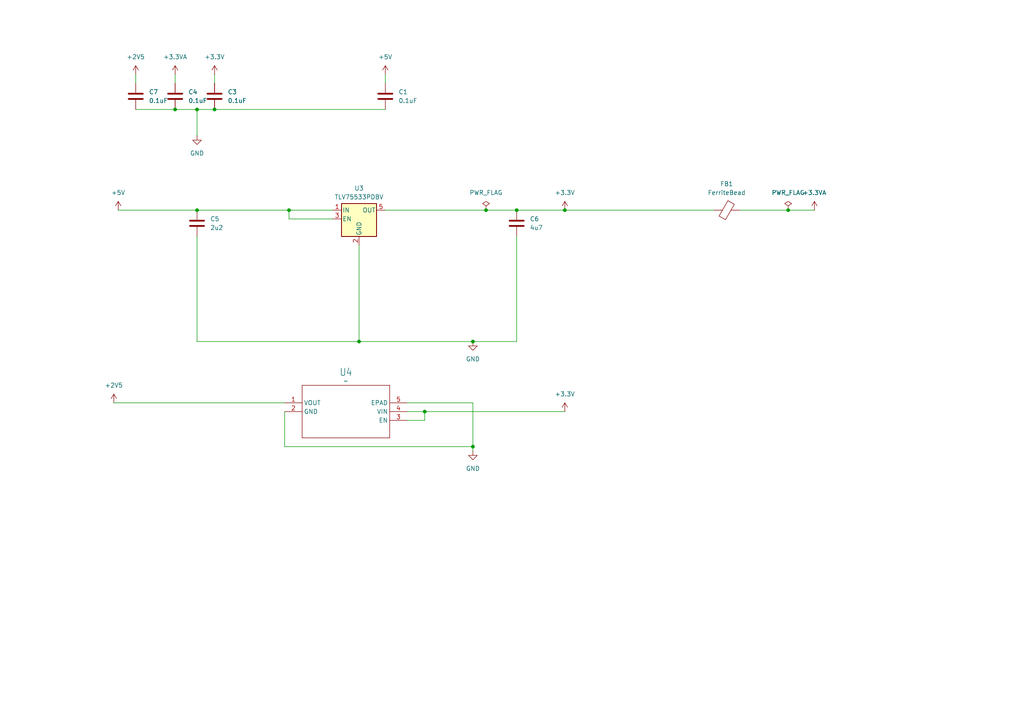
<source format=kicad_sch>
(kicad_sch
	(version 20250114)
	(generator "eeschema")
	(generator_version "9.0")
	(uuid "019be46e-a76b-4c7a-91f6-ecde0b6b9432")
	(paper "A4")
	(lib_symbols
		(symbol "Device:C"
			(pin_numbers
				(hide yes)
			)
			(pin_names
				(offset 0.254)
			)
			(exclude_from_sim no)
			(in_bom yes)
			(on_board yes)
			(property "Reference" "C"
				(at 0.635 2.54 0)
				(effects
					(font
						(size 1.27 1.27)
					)
					(justify left)
				)
			)
			(property "Value" "C"
				(at 0.635 -2.54 0)
				(effects
					(font
						(size 1.27 1.27)
					)
					(justify left)
				)
			)
			(property "Footprint" ""
				(at 0.9652 -3.81 0)
				(effects
					(font
						(size 1.27 1.27)
					)
					(hide yes)
				)
			)
			(property "Datasheet" "~"
				(at 0 0 0)
				(effects
					(font
						(size 1.27 1.27)
					)
					(hide yes)
				)
			)
			(property "Description" "Unpolarized capacitor"
				(at 0 0 0)
				(effects
					(font
						(size 1.27 1.27)
					)
					(hide yes)
				)
			)
			(property "ki_keywords" "cap capacitor"
				(at 0 0 0)
				(effects
					(font
						(size 1.27 1.27)
					)
					(hide yes)
				)
			)
			(property "ki_fp_filters" "C_*"
				(at 0 0 0)
				(effects
					(font
						(size 1.27 1.27)
					)
					(hide yes)
				)
			)
			(symbol "C_0_1"
				(polyline
					(pts
						(xy -2.032 0.762) (xy 2.032 0.762)
					)
					(stroke
						(width 0.508)
						(type default)
					)
					(fill
						(type none)
					)
				)
				(polyline
					(pts
						(xy -2.032 -0.762) (xy 2.032 -0.762)
					)
					(stroke
						(width 0.508)
						(type default)
					)
					(fill
						(type none)
					)
				)
			)
			(symbol "C_1_1"
				(pin passive line
					(at 0 3.81 270)
					(length 2.794)
					(name "~"
						(effects
							(font
								(size 1.27 1.27)
							)
						)
					)
					(number "1"
						(effects
							(font
								(size 1.27 1.27)
							)
						)
					)
				)
				(pin passive line
					(at 0 -3.81 90)
					(length 2.794)
					(name "~"
						(effects
							(font
								(size 1.27 1.27)
							)
						)
					)
					(number "2"
						(effects
							(font
								(size 1.27 1.27)
							)
						)
					)
				)
			)
			(embedded_fonts no)
		)
		(symbol "Device:FerriteBead"
			(pin_numbers
				(hide yes)
			)
			(pin_names
				(offset 0)
			)
			(exclude_from_sim no)
			(in_bom yes)
			(on_board yes)
			(property "Reference" "FB"
				(at -3.81 0.635 90)
				(effects
					(font
						(size 1.27 1.27)
					)
				)
			)
			(property "Value" "FerriteBead"
				(at 3.81 0 90)
				(effects
					(font
						(size 1.27 1.27)
					)
				)
			)
			(property "Footprint" ""
				(at -1.778 0 90)
				(effects
					(font
						(size 1.27 1.27)
					)
					(hide yes)
				)
			)
			(property "Datasheet" "~"
				(at 0 0 0)
				(effects
					(font
						(size 1.27 1.27)
					)
					(hide yes)
				)
			)
			(property "Description" "Ferrite bead"
				(at 0 0 0)
				(effects
					(font
						(size 1.27 1.27)
					)
					(hide yes)
				)
			)
			(property "ki_keywords" "L ferrite bead inductor filter"
				(at 0 0 0)
				(effects
					(font
						(size 1.27 1.27)
					)
					(hide yes)
				)
			)
			(property "ki_fp_filters" "Inductor_* L_* *Ferrite*"
				(at 0 0 0)
				(effects
					(font
						(size 1.27 1.27)
					)
					(hide yes)
				)
			)
			(symbol "FerriteBead_0_1"
				(polyline
					(pts
						(xy -2.7686 0.4064) (xy -1.7018 2.2606) (xy 2.7686 -0.3048) (xy 1.6764 -2.159) (xy -2.7686 0.4064)
					)
					(stroke
						(width 0)
						(type default)
					)
					(fill
						(type none)
					)
				)
				(polyline
					(pts
						(xy 0 1.27) (xy 0 1.2954)
					)
					(stroke
						(width 0)
						(type default)
					)
					(fill
						(type none)
					)
				)
				(polyline
					(pts
						(xy 0 -1.27) (xy 0 -1.2192)
					)
					(stroke
						(width 0)
						(type default)
					)
					(fill
						(type none)
					)
				)
			)
			(symbol "FerriteBead_1_1"
				(pin passive line
					(at 0 3.81 270)
					(length 2.54)
					(name "~"
						(effects
							(font
								(size 1.27 1.27)
							)
						)
					)
					(number "1"
						(effects
							(font
								(size 1.27 1.27)
							)
						)
					)
				)
				(pin passive line
					(at 0 -3.81 90)
					(length 2.54)
					(name "~"
						(effects
							(font
								(size 1.27 1.27)
							)
						)
					)
					(number "2"
						(effects
							(font
								(size 1.27 1.27)
							)
						)
					)
				)
			)
			(embedded_fonts no)
		)
		(symbol "Regulator_Linear:TLV75533PDBV"
			(pin_names
				(offset 0.254)
			)
			(exclude_from_sim no)
			(in_bom yes)
			(on_board yes)
			(property "Reference" "U"
				(at -3.81 5.715 0)
				(effects
					(font
						(size 1.27 1.27)
					)
				)
			)
			(property "Value" "TLV75533PDBV"
				(at 0 5.715 0)
				(effects
					(font
						(size 1.27 1.27)
					)
					(justify left)
				)
			)
			(property "Footprint" "Package_TO_SOT_SMD:SOT-23-5"
				(at 0 8.255 0)
				(effects
					(font
						(size 1.27 1.27)
						(italic yes)
					)
					(hide yes)
				)
			)
			(property "Datasheet" "http://www.ti.com/lit/ds/symlink/tlv755p.pdf"
				(at 0 1.27 0)
				(effects
					(font
						(size 1.27 1.27)
					)
					(hide yes)
				)
			)
			(property "Description" "500mA Low Dropout Voltage Regulator, Fixed Output 3.3V, SOT-23-5"
				(at 0 0 0)
				(effects
					(font
						(size 1.27 1.27)
					)
					(hide yes)
				)
			)
			(property "ki_keywords" "LDO Regulator Fixed Positive"
				(at 0 0 0)
				(effects
					(font
						(size 1.27 1.27)
					)
					(hide yes)
				)
			)
			(property "ki_fp_filters" "SOT?23*"
				(at 0 0 0)
				(effects
					(font
						(size 1.27 1.27)
					)
					(hide yes)
				)
			)
			(symbol "TLV75533PDBV_0_1"
				(rectangle
					(start -5.08 4.445)
					(end 5.08 -5.08)
					(stroke
						(width 0.254)
						(type default)
					)
					(fill
						(type background)
					)
				)
			)
			(symbol "TLV75533PDBV_1_1"
				(pin power_in line
					(at -7.62 2.54 0)
					(length 2.54)
					(name "IN"
						(effects
							(font
								(size 1.27 1.27)
							)
						)
					)
					(number "1"
						(effects
							(font
								(size 1.27 1.27)
							)
						)
					)
				)
				(pin input line
					(at -7.62 0 0)
					(length 2.54)
					(name "EN"
						(effects
							(font
								(size 1.27 1.27)
							)
						)
					)
					(number "3"
						(effects
							(font
								(size 1.27 1.27)
							)
						)
					)
				)
				(pin power_in line
					(at 0 -7.62 90)
					(length 2.54)
					(name "GND"
						(effects
							(font
								(size 1.27 1.27)
							)
						)
					)
					(number "2"
						(effects
							(font
								(size 1.27 1.27)
							)
						)
					)
				)
				(pin no_connect line
					(at 5.08 0 180)
					(length 2.54)
					(hide yes)
					(name "NC"
						(effects
							(font
								(size 1.27 1.27)
							)
						)
					)
					(number "4"
						(effects
							(font
								(size 1.27 1.27)
							)
						)
					)
				)
				(pin power_out line
					(at 7.62 2.54 180)
					(length 2.54)
					(name "OUT"
						(effects
							(font
								(size 1.27 1.27)
							)
						)
					)
					(number "5"
						(effects
							(font
								(size 1.27 1.27)
							)
						)
					)
				)
			)
			(embedded_fonts no)
		)
		(symbol "max10u169:MIC94310-JYMT-TR"
			(exclude_from_sim no)
			(in_bom yes)
			(on_board yes)
			(property "Reference" "U"
				(at 15.5956 9.1186 0)
				(effects
					(font
						(size 2.0828 1.7703)
					)
					(justify left bottom)
				)
			)
			(property "Value" ""
				(at 14.9606 6.5786 0)
				(effects
					(font
						(size 2.0828 1.7703)
					)
					(justify left bottom)
				)
			)
			(property "Footprint" "max10:TDFN4_1P2X1P6_MCH"
				(at 0 0 0)
				(effects
					(font
						(size 1.27 1.27)
					)
					(hide yes)
				)
			)
			(property "Datasheet" ""
				(at 0 0 0)
				(effects
					(font
						(size 1.27 1.27)
					)
					(hide yes)
				)
			)
			(property "Description" ""
				(at 0 0 0)
				(effects
					(font
						(size 1.27 1.27)
					)
					(hide yes)
				)
			)
			(property "ki_locked" ""
				(at 0 0 0)
				(effects
					(font
						(size 1.27 1.27)
					)
				)
			)
			(symbol "MIC94310-JYMT-TR_1_0"
				(polyline
					(pts
						(xy 7.62 5.08) (xy 7.62 -10.16)
					)
					(stroke
						(width 0.1524)
						(type solid)
					)
					(fill
						(type none)
					)
				)
				(polyline
					(pts
						(xy 7.62 -10.16) (xy 33.02 -10.16)
					)
					(stroke
						(width 0.1524)
						(type solid)
					)
					(fill
						(type none)
					)
				)
				(polyline
					(pts
						(xy 33.02 5.08) (xy 7.62 5.08)
					)
					(stroke
						(width 0.1524)
						(type solid)
					)
					(fill
						(type none)
					)
				)
				(polyline
					(pts
						(xy 33.02 -10.16) (xy 33.02 5.08)
					)
					(stroke
						(width 0.1524)
						(type solid)
					)
					(fill
						(type none)
					)
				)
				(pin output line
					(at 2.54 0 0)
					(length 5.08)
					(name "VOUT"
						(effects
							(font
								(size 1.27 1.27)
							)
						)
					)
					(number "1"
						(effects
							(font
								(size 1.27 1.27)
							)
						)
					)
				)
				(pin power_in line
					(at 2.54 -2.54 0)
					(length 5.08)
					(name "GND"
						(effects
							(font
								(size 1.27 1.27)
							)
						)
					)
					(number "2"
						(effects
							(font
								(size 1.27 1.27)
							)
						)
					)
				)
				(pin passive line
					(at 38.1 0 180)
					(length 5.08)
					(name "EPAD"
						(effects
							(font
								(size 1.27 1.27)
							)
						)
					)
					(number "5"
						(effects
							(font
								(size 1.27 1.27)
							)
						)
					)
				)
				(pin input line
					(at 38.1 -2.54 180)
					(length 5.08)
					(name "VIN"
						(effects
							(font
								(size 1.27 1.27)
							)
						)
					)
					(number "4"
						(effects
							(font
								(size 1.27 1.27)
							)
						)
					)
				)
				(pin input line
					(at 38.1 -5.08 180)
					(length 5.08)
					(name "EN"
						(effects
							(font
								(size 1.27 1.27)
							)
						)
					)
					(number "3"
						(effects
							(font
								(size 1.27 1.27)
							)
						)
					)
				)
			)
			(embedded_fonts no)
		)
		(symbol "power:+2V5"
			(power)
			(pin_numbers
				(hide yes)
			)
			(pin_names
				(offset 0)
				(hide yes)
			)
			(exclude_from_sim no)
			(in_bom yes)
			(on_board yes)
			(property "Reference" "#PWR"
				(at 0 -3.81 0)
				(effects
					(font
						(size 1.27 1.27)
					)
					(hide yes)
				)
			)
			(property "Value" "+2V5"
				(at 0 3.556 0)
				(effects
					(font
						(size 1.27 1.27)
					)
				)
			)
			(property "Footprint" ""
				(at 0 0 0)
				(effects
					(font
						(size 1.27 1.27)
					)
					(hide yes)
				)
			)
			(property "Datasheet" ""
				(at 0 0 0)
				(effects
					(font
						(size 1.27 1.27)
					)
					(hide yes)
				)
			)
			(property "Description" "Power symbol creates a global label with name \"+2V5\""
				(at 0 0 0)
				(effects
					(font
						(size 1.27 1.27)
					)
					(hide yes)
				)
			)
			(property "ki_keywords" "global power"
				(at 0 0 0)
				(effects
					(font
						(size 1.27 1.27)
					)
					(hide yes)
				)
			)
			(symbol "+2V5_0_1"
				(polyline
					(pts
						(xy -0.762 1.27) (xy 0 2.54)
					)
					(stroke
						(width 0)
						(type default)
					)
					(fill
						(type none)
					)
				)
				(polyline
					(pts
						(xy 0 2.54) (xy 0.762 1.27)
					)
					(stroke
						(width 0)
						(type default)
					)
					(fill
						(type none)
					)
				)
				(polyline
					(pts
						(xy 0 0) (xy 0 2.54)
					)
					(stroke
						(width 0)
						(type default)
					)
					(fill
						(type none)
					)
				)
			)
			(symbol "+2V5_1_1"
				(pin power_in line
					(at 0 0 90)
					(length 0)
					(name "~"
						(effects
							(font
								(size 1.27 1.27)
							)
						)
					)
					(number "1"
						(effects
							(font
								(size 1.27 1.27)
							)
						)
					)
				)
			)
			(embedded_fonts no)
		)
		(symbol "power:+3.3V"
			(power)
			(pin_numbers
				(hide yes)
			)
			(pin_names
				(offset 0)
				(hide yes)
			)
			(exclude_from_sim no)
			(in_bom yes)
			(on_board yes)
			(property "Reference" "#PWR"
				(at 0 -3.81 0)
				(effects
					(font
						(size 1.27 1.27)
					)
					(hide yes)
				)
			)
			(property "Value" "+3.3V"
				(at 0 3.556 0)
				(effects
					(font
						(size 1.27 1.27)
					)
				)
			)
			(property "Footprint" ""
				(at 0 0 0)
				(effects
					(font
						(size 1.27 1.27)
					)
					(hide yes)
				)
			)
			(property "Datasheet" ""
				(at 0 0 0)
				(effects
					(font
						(size 1.27 1.27)
					)
					(hide yes)
				)
			)
			(property "Description" "Power symbol creates a global label with name \"+3.3V\""
				(at 0 0 0)
				(effects
					(font
						(size 1.27 1.27)
					)
					(hide yes)
				)
			)
			(property "ki_keywords" "global power"
				(at 0 0 0)
				(effects
					(font
						(size 1.27 1.27)
					)
					(hide yes)
				)
			)
			(symbol "+3.3V_0_1"
				(polyline
					(pts
						(xy -0.762 1.27) (xy 0 2.54)
					)
					(stroke
						(width 0)
						(type default)
					)
					(fill
						(type none)
					)
				)
				(polyline
					(pts
						(xy 0 2.54) (xy 0.762 1.27)
					)
					(stroke
						(width 0)
						(type default)
					)
					(fill
						(type none)
					)
				)
				(polyline
					(pts
						(xy 0 0) (xy 0 2.54)
					)
					(stroke
						(width 0)
						(type default)
					)
					(fill
						(type none)
					)
				)
			)
			(symbol "+3.3V_1_1"
				(pin power_in line
					(at 0 0 90)
					(length 0)
					(name "~"
						(effects
							(font
								(size 1.27 1.27)
							)
						)
					)
					(number "1"
						(effects
							(font
								(size 1.27 1.27)
							)
						)
					)
				)
			)
			(embedded_fonts no)
		)
		(symbol "power:+3.3VA"
			(power)
			(pin_numbers
				(hide yes)
			)
			(pin_names
				(offset 0)
				(hide yes)
			)
			(exclude_from_sim no)
			(in_bom yes)
			(on_board yes)
			(property "Reference" "#PWR"
				(at 0 -3.81 0)
				(effects
					(font
						(size 1.27 1.27)
					)
					(hide yes)
				)
			)
			(property "Value" "+3.3VA"
				(at 0 3.556 0)
				(effects
					(font
						(size 1.27 1.27)
					)
				)
			)
			(property "Footprint" ""
				(at 0 0 0)
				(effects
					(font
						(size 1.27 1.27)
					)
					(hide yes)
				)
			)
			(property "Datasheet" ""
				(at 0 0 0)
				(effects
					(font
						(size 1.27 1.27)
					)
					(hide yes)
				)
			)
			(property "Description" "Power symbol creates a global label with name \"+3.3VA\""
				(at 0 0 0)
				(effects
					(font
						(size 1.27 1.27)
					)
					(hide yes)
				)
			)
			(property "ki_keywords" "global power"
				(at 0 0 0)
				(effects
					(font
						(size 1.27 1.27)
					)
					(hide yes)
				)
			)
			(symbol "+3.3VA_0_1"
				(polyline
					(pts
						(xy -0.762 1.27) (xy 0 2.54)
					)
					(stroke
						(width 0)
						(type default)
					)
					(fill
						(type none)
					)
				)
				(polyline
					(pts
						(xy 0 2.54) (xy 0.762 1.27)
					)
					(stroke
						(width 0)
						(type default)
					)
					(fill
						(type none)
					)
				)
				(polyline
					(pts
						(xy 0 0) (xy 0 2.54)
					)
					(stroke
						(width 0)
						(type default)
					)
					(fill
						(type none)
					)
				)
			)
			(symbol "+3.3VA_1_1"
				(pin power_in line
					(at 0 0 90)
					(length 0)
					(name "~"
						(effects
							(font
								(size 1.27 1.27)
							)
						)
					)
					(number "1"
						(effects
							(font
								(size 1.27 1.27)
							)
						)
					)
				)
			)
			(embedded_fonts no)
		)
		(symbol "power:+5V"
			(power)
			(pin_numbers
				(hide yes)
			)
			(pin_names
				(offset 0)
				(hide yes)
			)
			(exclude_from_sim no)
			(in_bom yes)
			(on_board yes)
			(property "Reference" "#PWR"
				(at 0 -3.81 0)
				(effects
					(font
						(size 1.27 1.27)
					)
					(hide yes)
				)
			)
			(property "Value" "+5V"
				(at 0 3.556 0)
				(effects
					(font
						(size 1.27 1.27)
					)
				)
			)
			(property "Footprint" ""
				(at 0 0 0)
				(effects
					(font
						(size 1.27 1.27)
					)
					(hide yes)
				)
			)
			(property "Datasheet" ""
				(at 0 0 0)
				(effects
					(font
						(size 1.27 1.27)
					)
					(hide yes)
				)
			)
			(property "Description" "Power symbol creates a global label with name \"+5V\""
				(at 0 0 0)
				(effects
					(font
						(size 1.27 1.27)
					)
					(hide yes)
				)
			)
			(property "ki_keywords" "global power"
				(at 0 0 0)
				(effects
					(font
						(size 1.27 1.27)
					)
					(hide yes)
				)
			)
			(symbol "+5V_0_1"
				(polyline
					(pts
						(xy -0.762 1.27) (xy 0 2.54)
					)
					(stroke
						(width 0)
						(type default)
					)
					(fill
						(type none)
					)
				)
				(polyline
					(pts
						(xy 0 2.54) (xy 0.762 1.27)
					)
					(stroke
						(width 0)
						(type default)
					)
					(fill
						(type none)
					)
				)
				(polyline
					(pts
						(xy 0 0) (xy 0 2.54)
					)
					(stroke
						(width 0)
						(type default)
					)
					(fill
						(type none)
					)
				)
			)
			(symbol "+5V_1_1"
				(pin power_in line
					(at 0 0 90)
					(length 0)
					(name "~"
						(effects
							(font
								(size 1.27 1.27)
							)
						)
					)
					(number "1"
						(effects
							(font
								(size 1.27 1.27)
							)
						)
					)
				)
			)
			(embedded_fonts no)
		)
		(symbol "power:GND"
			(power)
			(pin_numbers
				(hide yes)
			)
			(pin_names
				(offset 0)
				(hide yes)
			)
			(exclude_from_sim no)
			(in_bom yes)
			(on_board yes)
			(property "Reference" "#PWR"
				(at 0 -6.35 0)
				(effects
					(font
						(size 1.27 1.27)
					)
					(hide yes)
				)
			)
			(property "Value" "GND"
				(at 0 -3.81 0)
				(effects
					(font
						(size 1.27 1.27)
					)
				)
			)
			(property "Footprint" ""
				(at 0 0 0)
				(effects
					(font
						(size 1.27 1.27)
					)
					(hide yes)
				)
			)
			(property "Datasheet" ""
				(at 0 0 0)
				(effects
					(font
						(size 1.27 1.27)
					)
					(hide yes)
				)
			)
			(property "Description" "Power symbol creates a global label with name \"GND\" , ground"
				(at 0 0 0)
				(effects
					(font
						(size 1.27 1.27)
					)
					(hide yes)
				)
			)
			(property "ki_keywords" "global power"
				(at 0 0 0)
				(effects
					(font
						(size 1.27 1.27)
					)
					(hide yes)
				)
			)
			(symbol "GND_0_1"
				(polyline
					(pts
						(xy 0 0) (xy 0 -1.27) (xy 1.27 -1.27) (xy 0 -2.54) (xy -1.27 -1.27) (xy 0 -1.27)
					)
					(stroke
						(width 0)
						(type default)
					)
					(fill
						(type none)
					)
				)
			)
			(symbol "GND_1_1"
				(pin power_in line
					(at 0 0 270)
					(length 0)
					(name "~"
						(effects
							(font
								(size 1.27 1.27)
							)
						)
					)
					(number "1"
						(effects
							(font
								(size 1.27 1.27)
							)
						)
					)
				)
			)
			(embedded_fonts no)
		)
		(symbol "power:PWR_FLAG"
			(power)
			(pin_numbers
				(hide yes)
			)
			(pin_names
				(offset 0)
				(hide yes)
			)
			(exclude_from_sim no)
			(in_bom yes)
			(on_board yes)
			(property "Reference" "#FLG"
				(at 0 1.905 0)
				(effects
					(font
						(size 1.27 1.27)
					)
					(hide yes)
				)
			)
			(property "Value" "PWR_FLAG"
				(at 0 3.81 0)
				(effects
					(font
						(size 1.27 1.27)
					)
				)
			)
			(property "Footprint" ""
				(at 0 0 0)
				(effects
					(font
						(size 1.27 1.27)
					)
					(hide yes)
				)
			)
			(property "Datasheet" "~"
				(at 0 0 0)
				(effects
					(font
						(size 1.27 1.27)
					)
					(hide yes)
				)
			)
			(property "Description" "Special symbol for telling ERC where power comes from"
				(at 0 0 0)
				(effects
					(font
						(size 1.27 1.27)
					)
					(hide yes)
				)
			)
			(property "ki_keywords" "flag power"
				(at 0 0 0)
				(effects
					(font
						(size 1.27 1.27)
					)
					(hide yes)
				)
			)
			(symbol "PWR_FLAG_0_0"
				(pin power_out line
					(at 0 0 90)
					(length 0)
					(name "~"
						(effects
							(font
								(size 1.27 1.27)
							)
						)
					)
					(number "1"
						(effects
							(font
								(size 1.27 1.27)
							)
						)
					)
				)
			)
			(symbol "PWR_FLAG_0_1"
				(polyline
					(pts
						(xy 0 0) (xy 0 1.27) (xy -1.016 1.905) (xy 0 2.54) (xy 1.016 1.905) (xy 0 1.27)
					)
					(stroke
						(width 0)
						(type default)
					)
					(fill
						(type none)
					)
				)
			)
			(embedded_fonts no)
		)
	)
	(junction
		(at 83.82 60.96)
		(diameter 0)
		(color 0 0 0 0)
		(uuid "205abcc5-78d6-4b53-a743-504b8e12ec32")
	)
	(junction
		(at 57.15 60.96)
		(diameter 0)
		(color 0 0 0 0)
		(uuid "2a7ddd04-0a84-4708-bd23-0cf36583273a")
	)
	(junction
		(at 163.83 60.96)
		(diameter 0)
		(color 0 0 0 0)
		(uuid "3640a7e1-fe78-4f1e-b50c-0c3cb85e285a")
	)
	(junction
		(at 50.8 31.75)
		(diameter 0)
		(color 0 0 0 0)
		(uuid "4225582a-4bb5-49c6-90bc-748fdad08466")
	)
	(junction
		(at 123.19 119.38)
		(diameter 0)
		(color 0 0 0 0)
		(uuid "50e30cc6-c511-425c-952e-64b47049a3eb")
	)
	(junction
		(at 57.15 31.75)
		(diameter 0)
		(color 0 0 0 0)
		(uuid "58a353cc-80d6-42ec-a0ca-b6ddfac31625")
	)
	(junction
		(at 149.86 60.96)
		(diameter 0)
		(color 0 0 0 0)
		(uuid "8c0b6e73-bcba-431c-a014-a3ce41252970")
	)
	(junction
		(at 140.97 60.96)
		(diameter 0)
		(color 0 0 0 0)
		(uuid "8ec6ed0d-b563-4dc7-b8d7-b1f00a56c205")
	)
	(junction
		(at 62.23 31.75)
		(diameter 0)
		(color 0 0 0 0)
		(uuid "b780313e-4a91-4357-a953-30004aefe78f")
	)
	(junction
		(at 137.16 129.54)
		(diameter 0)
		(color 0 0 0 0)
		(uuid "c9390a38-9d85-4d57-9d90-493cbd290c81")
	)
	(junction
		(at 137.16 99.06)
		(diameter 0)
		(color 0 0 0 0)
		(uuid "cb06dbd0-fc03-44c5-8bae-cd3232e17486")
	)
	(junction
		(at 228.6 60.96)
		(diameter 0)
		(color 0 0 0 0)
		(uuid "d6575f90-aa53-4483-b59d-cba5405fedeb")
	)
	(junction
		(at 104.14 99.06)
		(diameter 0)
		(color 0 0 0 0)
		(uuid "de8db46a-7915-481e-807b-32edbe48b546")
	)
	(wire
		(pts
			(xy 50.8 31.75) (xy 57.15 31.75)
		)
		(stroke
			(width 0)
			(type default)
		)
		(uuid "105ae602-eb26-4529-b37d-8e6c0aa70e07")
	)
	(wire
		(pts
			(xy 140.97 60.96) (xy 149.86 60.96)
		)
		(stroke
			(width 0)
			(type default)
		)
		(uuid "106f5026-3d19-4227-af5a-d2598ed40354")
	)
	(wire
		(pts
			(xy 123.19 119.38) (xy 163.83 119.38)
		)
		(stroke
			(width 0)
			(type default)
		)
		(uuid "13329928-2d08-4932-b91f-66463417ef9f")
	)
	(wire
		(pts
			(xy 57.15 68.58) (xy 57.15 99.06)
		)
		(stroke
			(width 0)
			(type default)
		)
		(uuid "17389a8b-7e0c-47db-a647-cf0bf121005d")
	)
	(wire
		(pts
			(xy 96.52 63.5) (xy 83.82 63.5)
		)
		(stroke
			(width 0)
			(type default)
		)
		(uuid "1ba50875-12f0-4c80-bc97-26d151ddae98")
	)
	(wire
		(pts
			(xy 111.76 60.96) (xy 140.97 60.96)
		)
		(stroke
			(width 0)
			(type default)
		)
		(uuid "1f89ff2e-049f-4703-9afc-a6ad568b49ed")
	)
	(wire
		(pts
			(xy 137.16 129.54) (xy 137.16 130.81)
		)
		(stroke
			(width 0)
			(type default)
		)
		(uuid "233efd61-f59f-4fcd-b95d-b4adbd51d69a")
	)
	(wire
		(pts
			(xy 62.23 31.75) (xy 111.76 31.75)
		)
		(stroke
			(width 0)
			(type default)
		)
		(uuid "37c542a6-8bde-427f-8ba4-de613424176e")
	)
	(wire
		(pts
			(xy 118.11 121.92) (xy 123.19 121.92)
		)
		(stroke
			(width 0)
			(type default)
		)
		(uuid "4de34d8b-bdd0-466f-a044-ea3614e0149c")
	)
	(wire
		(pts
			(xy 104.14 71.12) (xy 104.14 99.06)
		)
		(stroke
			(width 0)
			(type default)
		)
		(uuid "506bc745-4d4d-4b04-bd10-c75e7b0aace7")
	)
	(wire
		(pts
			(xy 118.11 119.38) (xy 123.19 119.38)
		)
		(stroke
			(width 0)
			(type default)
		)
		(uuid "56d40f98-0cf4-44b1-91b2-6a199aa6a9ad")
	)
	(wire
		(pts
			(xy 118.11 116.84) (xy 137.16 116.84)
		)
		(stroke
			(width 0)
			(type default)
		)
		(uuid "5a91f214-7a5d-43c9-86d5-83eb7c008665")
	)
	(wire
		(pts
			(xy 149.86 60.96) (xy 163.83 60.96)
		)
		(stroke
			(width 0)
			(type default)
		)
		(uuid "60f33b2f-15be-4d12-9077-4a2eb3d5e5a8")
	)
	(wire
		(pts
			(xy 50.8 21.59) (xy 50.8 24.13)
		)
		(stroke
			(width 0)
			(type default)
		)
		(uuid "6454dc45-35d0-4a37-9729-c657132f50f4")
	)
	(wire
		(pts
			(xy 149.86 99.06) (xy 137.16 99.06)
		)
		(stroke
			(width 0)
			(type default)
		)
		(uuid "76cf0c87-7407-4540-b0f9-3158e9e691c0")
	)
	(wire
		(pts
			(xy 214.63 60.96) (xy 228.6 60.96)
		)
		(stroke
			(width 0)
			(type default)
		)
		(uuid "7942fde7-d2c2-4265-900e-ee016e9f5d32")
	)
	(wire
		(pts
			(xy 34.29 60.96) (xy 57.15 60.96)
		)
		(stroke
			(width 0)
			(type default)
		)
		(uuid "7be33026-37ff-4a95-8a43-c0d8cd48463e")
	)
	(wire
		(pts
			(xy 39.37 31.75) (xy 50.8 31.75)
		)
		(stroke
			(width 0)
			(type default)
		)
		(uuid "80683706-1740-41db-8c69-64eca26bebdb")
	)
	(wire
		(pts
			(xy 82.55 129.54) (xy 137.16 129.54)
		)
		(stroke
			(width 0)
			(type default)
		)
		(uuid "809241c3-36ff-4513-bcd6-00c83c2952d3")
	)
	(wire
		(pts
			(xy 104.14 99.06) (xy 137.16 99.06)
		)
		(stroke
			(width 0)
			(type default)
		)
		(uuid "8df664d6-238d-4326-a83b-87a6c6b62143")
	)
	(wire
		(pts
			(xy 123.19 121.92) (xy 123.19 119.38)
		)
		(stroke
			(width 0)
			(type default)
		)
		(uuid "96b75933-2b4c-411b-906a-54e3bb0b2190")
	)
	(wire
		(pts
			(xy 83.82 60.96) (xy 96.52 60.96)
		)
		(stroke
			(width 0)
			(type default)
		)
		(uuid "9a1efccc-3736-4e9f-9e99-8a6a9d1bac6c")
	)
	(wire
		(pts
			(xy 149.86 68.58) (xy 149.86 99.06)
		)
		(stroke
			(width 0)
			(type default)
		)
		(uuid "9fb2bc1e-c55c-428d-b593-16e189450014")
	)
	(wire
		(pts
			(xy 57.15 31.75) (xy 62.23 31.75)
		)
		(stroke
			(width 0)
			(type default)
		)
		(uuid "a2c0e907-4b71-4215-9009-3ffcf3a42308")
	)
	(wire
		(pts
			(xy 111.76 21.59) (xy 111.76 24.13)
		)
		(stroke
			(width 0)
			(type default)
		)
		(uuid "a58af5e0-b6b1-4f80-b9d0-b76f6376de23")
	)
	(wire
		(pts
			(xy 33.02 116.84) (xy 82.55 116.84)
		)
		(stroke
			(width 0)
			(type default)
		)
		(uuid "aec7c70d-9b23-44bb-a4ce-1821b6a154ca")
	)
	(wire
		(pts
			(xy 62.23 21.59) (xy 62.23 24.13)
		)
		(stroke
			(width 0)
			(type default)
		)
		(uuid "c0b015d8-a8c4-45a5-a65d-f125d7d14f8c")
	)
	(wire
		(pts
			(xy 39.37 21.59) (xy 39.37 24.13)
		)
		(stroke
			(width 0)
			(type default)
		)
		(uuid "c508f181-f1b3-4731-b0a6-f085267b3763")
	)
	(wire
		(pts
			(xy 83.82 63.5) (xy 83.82 60.96)
		)
		(stroke
			(width 0)
			(type default)
		)
		(uuid "cdd4146d-26cb-4002-b4ba-adbcccad973a")
	)
	(wire
		(pts
			(xy 82.55 119.38) (xy 82.55 129.54)
		)
		(stroke
			(width 0)
			(type default)
		)
		(uuid "d08ddb2b-e106-4555-98e7-457b67a6a6ab")
	)
	(wire
		(pts
			(xy 57.15 99.06) (xy 104.14 99.06)
		)
		(stroke
			(width 0)
			(type default)
		)
		(uuid "d1e92328-e50e-4bc3-91d5-e6602f8616d0")
	)
	(wire
		(pts
			(xy 137.16 116.84) (xy 137.16 129.54)
		)
		(stroke
			(width 0)
			(type default)
		)
		(uuid "d1ec0c10-2dab-4d84-9ef7-8a50b34acc89")
	)
	(wire
		(pts
			(xy 228.6 60.96) (xy 236.22 60.96)
		)
		(stroke
			(width 0)
			(type default)
		)
		(uuid "d36a4d6d-0949-41bf-b2f2-3fc2a8d8a44a")
	)
	(wire
		(pts
			(xy 163.83 60.96) (xy 207.01 60.96)
		)
		(stroke
			(width 0)
			(type default)
		)
		(uuid "d8c320c2-924e-49e8-90a7-14a503d2937c")
	)
	(wire
		(pts
			(xy 57.15 31.75) (xy 57.15 39.37)
		)
		(stroke
			(width 0)
			(type default)
		)
		(uuid "f9c47f6a-4c0a-4c63-bbb1-e8592144f551")
	)
	(wire
		(pts
			(xy 57.15 60.96) (xy 83.82 60.96)
		)
		(stroke
			(width 0)
			(type default)
		)
		(uuid "fa6c0d6d-6ce2-44df-9543-c9295f202018")
	)
	(symbol
		(lib_id "power:GND")
		(at 57.15 39.37 0)
		(unit 1)
		(exclude_from_sim no)
		(in_bom yes)
		(on_board yes)
		(dnp no)
		(fields_autoplaced yes)
		(uuid "016dada2-f2ee-4c17-a9b1-6a3cd48d09d4")
		(property "Reference" "#PWR031"
			(at 57.15 45.72 0)
			(effects
				(font
					(size 1.27 1.27)
				)
				(hide yes)
			)
		)
		(property "Value" "GND"
			(at 57.15 44.45 0)
			(effects
				(font
					(size 1.27 1.27)
				)
			)
		)
		(property "Footprint" ""
			(at 57.15 39.37 0)
			(effects
				(font
					(size 1.27 1.27)
				)
				(hide yes)
			)
		)
		(property "Datasheet" ""
			(at 57.15 39.37 0)
			(effects
				(font
					(size 1.27 1.27)
				)
				(hide yes)
			)
		)
		(property "Description" "Power symbol creates a global label with name \"GND\" , ground"
			(at 57.15 39.37 0)
			(effects
				(font
					(size 1.27 1.27)
				)
				(hide yes)
			)
		)
		(pin "1"
			(uuid "7a575716-d191-40a9-8038-82329efbbf06")
		)
		(instances
			(project ""
				(path "/f8f92944-710a-49a0-a698-f840e5f20e15/b3c63cf3-5aec-4ac7-b511-941f39b58d95"
					(reference "#PWR031")
					(unit 1)
				)
			)
		)
	)
	(symbol
		(lib_id "power:+3.3V")
		(at 163.83 119.38 0)
		(unit 1)
		(exclude_from_sim no)
		(in_bom yes)
		(on_board yes)
		(dnp no)
		(fields_autoplaced yes)
		(uuid "05cbf68e-b284-49c2-b4e6-e435fe0fa6a9")
		(property "Reference" "#PWR024"
			(at 163.83 123.19 0)
			(effects
				(font
					(size 1.27 1.27)
				)
				(hide yes)
			)
		)
		(property "Value" "+3.3V"
			(at 163.83 114.3 0)
			(effects
				(font
					(size 1.27 1.27)
				)
			)
		)
		(property "Footprint" ""
			(at 163.83 119.38 0)
			(effects
				(font
					(size 1.27 1.27)
				)
				(hide yes)
			)
		)
		(property "Datasheet" ""
			(at 163.83 119.38 0)
			(effects
				(font
					(size 1.27 1.27)
				)
				(hide yes)
			)
		)
		(property "Description" "Power symbol creates a global label with name \"+3.3V\""
			(at 163.83 119.38 0)
			(effects
				(font
					(size 1.27 1.27)
				)
				(hide yes)
			)
		)
		(pin "1"
			(uuid "1a5aabdb-2ff5-4bb6-8ae6-6fd04e918495")
		)
		(instances
			(project ""
				(path "/f8f92944-710a-49a0-a698-f840e5f20e15/b3c63cf3-5aec-4ac7-b511-941f39b58d95"
					(reference "#PWR024")
					(unit 1)
				)
			)
		)
	)
	(symbol
		(lib_id "Device:C")
		(at 50.8 27.94 0)
		(unit 1)
		(exclude_from_sim no)
		(in_bom yes)
		(on_board yes)
		(dnp no)
		(fields_autoplaced yes)
		(uuid "0b9a6aa1-6f7f-4078-87a9-23f2f372c11e")
		(property "Reference" "C4"
			(at 54.61 26.6699 0)
			(effects
				(font
					(size 1.27 1.27)
				)
				(justify left)
			)
		)
		(property "Value" "0.1uF"
			(at 54.61 29.2099 0)
			(effects
				(font
					(size 1.27 1.27)
				)
				(justify left)
			)
		)
		(property "Footprint" "Capacitor_SMD:C_0603_1608Metric"
			(at 51.7652 31.75 0)
			(effects
				(font
					(size 1.27 1.27)
				)
				(hide yes)
			)
		)
		(property "Datasheet" "~"
			(at 50.8 27.94 0)
			(effects
				(font
					(size 1.27 1.27)
				)
				(hide yes)
			)
		)
		(property "Description" "Unpolarized capacitor"
			(at 50.8 27.94 0)
			(effects
				(font
					(size 1.27 1.27)
				)
				(hide yes)
			)
		)
		(pin "1"
			(uuid "31be9d4d-633e-4790-ab3c-77f032fbcb7a")
		)
		(pin "2"
			(uuid "c73b5f58-583a-41dd-984c-8ccf975140b0")
		)
		(instances
			(project "pokeymax4b"
				(path "/f8f92944-710a-49a0-a698-f840e5f20e15/b3c63cf3-5aec-4ac7-b511-941f39b58d95"
					(reference "C4")
					(unit 1)
				)
			)
		)
	)
	(symbol
		(lib_id "Device:C")
		(at 111.76 27.94 0)
		(unit 1)
		(exclude_from_sim no)
		(in_bom yes)
		(on_board yes)
		(dnp no)
		(fields_autoplaced yes)
		(uuid "12bce3fe-6455-49f6-a341-cebda2e2e377")
		(property "Reference" "C1"
			(at 115.57 26.6699 0)
			(effects
				(font
					(size 1.27 1.27)
				)
				(justify left)
			)
		)
		(property "Value" "0.1uF"
			(at 115.57 29.2099 0)
			(effects
				(font
					(size 1.27 1.27)
				)
				(justify left)
			)
		)
		(property "Footprint" "Capacitor_SMD:C_0603_1608Metric"
			(at 112.7252 31.75 0)
			(effects
				(font
					(size 1.27 1.27)
				)
				(hide yes)
			)
		)
		(property "Datasheet" "~"
			(at 111.76 27.94 0)
			(effects
				(font
					(size 1.27 1.27)
				)
				(hide yes)
			)
		)
		(property "Description" "Unpolarized capacitor"
			(at 111.76 27.94 0)
			(effects
				(font
					(size 1.27 1.27)
				)
				(hide yes)
			)
		)
		(pin "1"
			(uuid "9312893c-aa7b-42ac-9e3a-5132cca1cd25")
		)
		(pin "2"
			(uuid "f68e24dd-2a00-43d0-85f8-f711d086b269")
		)
		(instances
			(project "pokeymax4b"
				(path "/f8f92944-710a-49a0-a698-f840e5f20e15/b3c63cf3-5aec-4ac7-b511-941f39b58d95"
					(reference "C1")
					(unit 1)
				)
			)
		)
	)
	(symbol
		(lib_id "power:+3.3V")
		(at 163.83 60.96 0)
		(unit 1)
		(exclude_from_sim no)
		(in_bom yes)
		(on_board yes)
		(dnp no)
		(fields_autoplaced yes)
		(uuid "324fd391-0a4b-472c-b941-2eb88f0a80e7")
		(property "Reference" "#PWR023"
			(at 163.83 64.77 0)
			(effects
				(font
					(size 1.27 1.27)
				)
				(hide yes)
			)
		)
		(property "Value" "+3.3V"
			(at 163.83 55.88 0)
			(effects
				(font
					(size 1.27 1.27)
				)
			)
		)
		(property "Footprint" ""
			(at 163.83 60.96 0)
			(effects
				(font
					(size 1.27 1.27)
				)
				(hide yes)
			)
		)
		(property "Datasheet" ""
			(at 163.83 60.96 0)
			(effects
				(font
					(size 1.27 1.27)
				)
				(hide yes)
			)
		)
		(property "Description" "Power symbol creates a global label with name \"+3.3V\""
			(at 163.83 60.96 0)
			(effects
				(font
					(size 1.27 1.27)
				)
				(hide yes)
			)
		)
		(pin "1"
			(uuid "bcaa9e3f-3c51-4a07-bd0d-14c378d404dc")
		)
		(instances
			(project ""
				(path "/f8f92944-710a-49a0-a698-f840e5f20e15/b3c63cf3-5aec-4ac7-b511-941f39b58d95"
					(reference "#PWR023")
					(unit 1)
				)
			)
		)
	)
	(symbol
		(lib_id "power:+3.3V")
		(at 62.23 21.59 0)
		(unit 1)
		(exclude_from_sim no)
		(in_bom yes)
		(on_board yes)
		(dnp no)
		(fields_autoplaced yes)
		(uuid "52c96d6f-c856-4d1f-8a1d-9a6571e43339")
		(property "Reference" "#PWR029"
			(at 62.23 25.4 0)
			(effects
				(font
					(size 1.27 1.27)
				)
				(hide yes)
			)
		)
		(property "Value" "+3.3V"
			(at 62.23 16.51 0)
			(effects
				(font
					(size 1.27 1.27)
				)
			)
		)
		(property "Footprint" ""
			(at 62.23 21.59 0)
			(effects
				(font
					(size 1.27 1.27)
				)
				(hide yes)
			)
		)
		(property "Datasheet" ""
			(at 62.23 21.59 0)
			(effects
				(font
					(size 1.27 1.27)
				)
				(hide yes)
			)
		)
		(property "Description" "Power symbol creates a global label with name \"+3.3V\""
			(at 62.23 21.59 0)
			(effects
				(font
					(size 1.27 1.27)
				)
				(hide yes)
			)
		)
		(pin "1"
			(uuid "e94f740d-9f2f-4676-ad8e-0cb8f7026532")
		)
		(instances
			(project ""
				(path "/f8f92944-710a-49a0-a698-f840e5f20e15/b3c63cf3-5aec-4ac7-b511-941f39b58d95"
					(reference "#PWR029")
					(unit 1)
				)
			)
		)
	)
	(symbol
		(lib_id "power:+2V5")
		(at 33.02 116.84 0)
		(unit 1)
		(exclude_from_sim no)
		(in_bom yes)
		(on_board yes)
		(dnp no)
		(fields_autoplaced yes)
		(uuid "5b297cb0-dbc3-4dad-a658-28811dfe9799")
		(property "Reference" "#PWR025"
			(at 33.02 120.65 0)
			(effects
				(font
					(size 1.27 1.27)
				)
				(hide yes)
			)
		)
		(property "Value" "+2V5"
			(at 33.02 111.76 0)
			(effects
				(font
					(size 1.27 1.27)
				)
			)
		)
		(property "Footprint" ""
			(at 33.02 116.84 0)
			(effects
				(font
					(size 1.27 1.27)
				)
				(hide yes)
			)
		)
		(property "Datasheet" ""
			(at 33.02 116.84 0)
			(effects
				(font
					(size 1.27 1.27)
				)
				(hide yes)
			)
		)
		(property "Description" "Power symbol creates a global label with name \"+2V5\""
			(at 33.02 116.84 0)
			(effects
				(font
					(size 1.27 1.27)
				)
				(hide yes)
			)
		)
		(pin "1"
			(uuid "de6115a4-6be1-439c-acd4-25bc6e97fd71")
		)
		(instances
			(project ""
				(path "/f8f92944-710a-49a0-a698-f840e5f20e15/b3c63cf3-5aec-4ac7-b511-941f39b58d95"
					(reference "#PWR025")
					(unit 1)
				)
			)
		)
	)
	(symbol
		(lib_id "power:GND")
		(at 137.16 99.06 0)
		(unit 1)
		(exclude_from_sim no)
		(in_bom yes)
		(on_board yes)
		(dnp no)
		(fields_autoplaced yes)
		(uuid "5bdb0f27-fb71-4758-9c6b-723ee1ef0261")
		(property "Reference" "#PWR021"
			(at 137.16 105.41 0)
			(effects
				(font
					(size 1.27 1.27)
				)
				(hide yes)
			)
		)
		(property "Value" "GND"
			(at 137.16 104.14 0)
			(effects
				(font
					(size 1.27 1.27)
				)
			)
		)
		(property "Footprint" ""
			(at 137.16 99.06 0)
			(effects
				(font
					(size 1.27 1.27)
				)
				(hide yes)
			)
		)
		(property "Datasheet" ""
			(at 137.16 99.06 0)
			(effects
				(font
					(size 1.27 1.27)
				)
				(hide yes)
			)
		)
		(property "Description" "Power symbol creates a global label with name \"GND\" , ground"
			(at 137.16 99.06 0)
			(effects
				(font
					(size 1.27 1.27)
				)
				(hide yes)
			)
		)
		(pin "1"
			(uuid "e731bfac-c5af-41d2-a379-2f8ed7c1bd1d")
		)
		(instances
			(project ""
				(path "/f8f92944-710a-49a0-a698-f840e5f20e15/b3c63cf3-5aec-4ac7-b511-941f39b58d95"
					(reference "#PWR021")
					(unit 1)
				)
			)
		)
	)
	(symbol
		(lib_id "power:GND")
		(at 137.16 130.81 0)
		(unit 1)
		(exclude_from_sim no)
		(in_bom yes)
		(on_board yes)
		(dnp no)
		(fields_autoplaced yes)
		(uuid "63965364-3920-41cb-8f19-6b49a58aa286")
		(property "Reference" "#PWR020"
			(at 137.16 137.16 0)
			(effects
				(font
					(size 1.27 1.27)
				)
				(hide yes)
			)
		)
		(property "Value" "GND"
			(at 137.16 135.89 0)
			(effects
				(font
					(size 1.27 1.27)
				)
			)
		)
		(property "Footprint" ""
			(at 137.16 130.81 0)
			(effects
				(font
					(size 1.27 1.27)
				)
				(hide yes)
			)
		)
		(property "Datasheet" ""
			(at 137.16 130.81 0)
			(effects
				(font
					(size 1.27 1.27)
				)
				(hide yes)
			)
		)
		(property "Description" "Power symbol creates a global label with name \"GND\" , ground"
			(at 137.16 130.81 0)
			(effects
				(font
					(size 1.27 1.27)
				)
				(hide yes)
			)
		)
		(pin "1"
			(uuid "8bc83804-73bd-4e40-8c52-4eeaa5f9721e")
		)
		(instances
			(project ""
				(path "/f8f92944-710a-49a0-a698-f840e5f20e15/b3c63cf3-5aec-4ac7-b511-941f39b58d95"
					(reference "#PWR020")
					(unit 1)
				)
			)
		)
	)
	(symbol
		(lib_id "max10u169:MIC94310-JYMT-TR")
		(at 80.01 116.84 0)
		(unit 1)
		(exclude_from_sim no)
		(in_bom yes)
		(on_board yes)
		(dnp no)
		(fields_autoplaced yes)
		(uuid "6709acdb-0ca7-4b6c-93d5-0417394eb122")
		(property "Reference" "U4"
			(at 100.33 107.95 0)
			(effects
				(font
					(size 2.0828 1.7703)
				)
			)
		)
		(property "Value" "~"
			(at 100.33 110.49 0)
			(effects
				(font
					(size 2.0828 1.7703)
				)
			)
		)
		(property "Footprint" "max10:TDFN4_1P2X1P6_MCH"
			(at 80.01 116.84 0)
			(effects
				(font
					(size 1.27 1.27)
				)
				(hide yes)
			)
		)
		(property "Datasheet" ""
			(at 80.01 116.84 0)
			(effects
				(font
					(size 1.27 1.27)
				)
				(hide yes)
			)
		)
		(property "Description" ""
			(at 80.01 116.84 0)
			(effects
				(font
					(size 1.27 1.27)
				)
				(hide yes)
			)
		)
		(pin "4"
			(uuid "0c816c99-5098-4452-981c-9216c643fb18")
		)
		(pin "2"
			(uuid "0ae736ef-368b-4ae6-afa2-31a9e7a226b0")
		)
		(pin "1"
			(uuid "0649bccd-9cbe-4379-a553-4dbe48a3882e")
		)
		(pin "3"
			(uuid "295025d1-f3e3-49b6-833b-6b42f29310d2")
		)
		(pin "5"
			(uuid "0c5eee90-f2ab-4f4f-89a6-5fd381a0f0fd")
		)
		(instances
			(project ""
				(path "/f8f92944-710a-49a0-a698-f840e5f20e15/b3c63cf3-5aec-4ac7-b511-941f39b58d95"
					(reference "U4")
					(unit 1)
				)
			)
		)
	)
	(symbol
		(lib_id "Regulator_Linear:TLV75533PDBV")
		(at 104.14 63.5 0)
		(unit 1)
		(exclude_from_sim no)
		(in_bom yes)
		(on_board yes)
		(dnp no)
		(fields_autoplaced yes)
		(uuid "6ebfbb3e-02ab-459b-8e06-9727bca8df3e")
		(property "Reference" "U3"
			(at 104.14 54.61 0)
			(effects
				(font
					(size 1.27 1.27)
				)
			)
		)
		(property "Value" "TLV75533PDBV"
			(at 104.14 57.15 0)
			(effects
				(font
					(size 1.27 1.27)
				)
			)
		)
		(property "Footprint" "Package_TO_SOT_SMD:SOT-23-5"
			(at 104.14 55.245 0)
			(effects
				(font
					(size 1.27 1.27)
					(italic yes)
				)
				(hide yes)
			)
		)
		(property "Datasheet" "http://www.ti.com/lit/ds/symlink/tlv755p.pdf"
			(at 104.14 62.23 0)
			(effects
				(font
					(size 1.27 1.27)
				)
				(hide yes)
			)
		)
		(property "Description" "500mA Low Dropout Voltage Regulator, Fixed Output 3.3V, SOT-23-5"
			(at 104.14 63.5 0)
			(effects
				(font
					(size 1.27 1.27)
				)
				(hide yes)
			)
		)
		(pin "5"
			(uuid "be8dd733-0350-4539-87a2-1f9c994cf3f9")
		)
		(pin "4"
			(uuid "11d31805-b740-4842-91ad-88e8a9c792ff")
		)
		(pin "1"
			(uuid "8a0a9856-a884-46c5-9b99-d4dec900fcf4")
		)
		(pin "3"
			(uuid "837e2a6e-89bd-43f7-976b-4c5a5d81f8bd")
		)
		(pin "2"
			(uuid "b47bdf02-5d91-4058-aad2-f4171c2b1459")
		)
		(instances
			(project ""
				(path "/f8f92944-710a-49a0-a698-f840e5f20e15/b3c63cf3-5aec-4ac7-b511-941f39b58d95"
					(reference "U3")
					(unit 1)
				)
			)
		)
	)
	(symbol
		(lib_id "power:PWR_FLAG")
		(at 140.97 60.96 0)
		(unit 1)
		(exclude_from_sim no)
		(in_bom yes)
		(on_board yes)
		(dnp no)
		(fields_autoplaced yes)
		(uuid "7fab70c0-a605-43bc-8edb-81e433353234")
		(property "Reference" "#FLG01"
			(at 140.97 59.055 0)
			(effects
				(font
					(size 1.27 1.27)
				)
				(hide yes)
			)
		)
		(property "Value" "PWR_FLAG"
			(at 140.97 55.88 0)
			(effects
				(font
					(size 1.27 1.27)
				)
			)
		)
		(property "Footprint" ""
			(at 140.97 60.96 0)
			(effects
				(font
					(size 1.27 1.27)
				)
				(hide yes)
			)
		)
		(property "Datasheet" "~"
			(at 140.97 60.96 0)
			(effects
				(font
					(size 1.27 1.27)
				)
				(hide yes)
			)
		)
		(property "Description" "Special symbol for telling ERC where power comes from"
			(at 140.97 60.96 0)
			(effects
				(font
					(size 1.27 1.27)
				)
				(hide yes)
			)
		)
		(pin "1"
			(uuid "816a673f-898a-4624-9f41-6ce396fc5166")
		)
		(instances
			(project ""
				(path "/f8f92944-710a-49a0-a698-f840e5f20e15/b3c63cf3-5aec-4ac7-b511-941f39b58d95"
					(reference "#FLG01")
					(unit 1)
				)
			)
		)
	)
	(symbol
		(lib_id "power:+3.3VA")
		(at 50.8 21.59 0)
		(unit 1)
		(exclude_from_sim no)
		(in_bom yes)
		(on_board yes)
		(dnp no)
		(fields_autoplaced yes)
		(uuid "8226c226-454e-46b3-836d-e141648c4101")
		(property "Reference" "#PWR028"
			(at 50.8 25.4 0)
			(effects
				(font
					(size 1.27 1.27)
				)
				(hide yes)
			)
		)
		(property "Value" "+3.3VA"
			(at 50.8 16.51 0)
			(effects
				(font
					(size 1.27 1.27)
				)
			)
		)
		(property "Footprint" ""
			(at 50.8 21.59 0)
			(effects
				(font
					(size 1.27 1.27)
				)
				(hide yes)
			)
		)
		(property "Datasheet" ""
			(at 50.8 21.59 0)
			(effects
				(font
					(size 1.27 1.27)
				)
				(hide yes)
			)
		)
		(property "Description" "Power symbol creates a global label with name \"+3.3VA\""
			(at 50.8 21.59 0)
			(effects
				(font
					(size 1.27 1.27)
				)
				(hide yes)
			)
		)
		(pin "1"
			(uuid "47b3cd62-e8a5-4c39-ae6d-8aecad02242c")
		)
		(instances
			(project ""
				(path "/f8f92944-710a-49a0-a698-f840e5f20e15/b3c63cf3-5aec-4ac7-b511-941f39b58d95"
					(reference "#PWR028")
					(unit 1)
				)
			)
		)
	)
	(symbol
		(lib_id "Device:C")
		(at 39.37 27.94 0)
		(unit 1)
		(exclude_from_sim no)
		(in_bom yes)
		(on_board yes)
		(dnp no)
		(fields_autoplaced yes)
		(uuid "92399f4f-0c17-4007-9827-1ff03522627e")
		(property "Reference" "C7"
			(at 43.18 26.6699 0)
			(effects
				(font
					(size 1.27 1.27)
				)
				(justify left)
			)
		)
		(property "Value" "0.1uF"
			(at 43.18 29.2099 0)
			(effects
				(font
					(size 1.27 1.27)
				)
				(justify left)
			)
		)
		(property "Footprint" "Capacitor_SMD:C_0603_1608Metric"
			(at 40.3352 31.75 0)
			(effects
				(font
					(size 1.27 1.27)
				)
				(hide yes)
			)
		)
		(property "Datasheet" "~"
			(at 39.37 27.94 0)
			(effects
				(font
					(size 1.27 1.27)
				)
				(hide yes)
			)
		)
		(property "Description" "Unpolarized capacitor"
			(at 39.37 27.94 0)
			(effects
				(font
					(size 1.27 1.27)
				)
				(hide yes)
			)
		)
		(pin "1"
			(uuid "8a230df3-e718-448a-ad8c-91000c78f80a")
		)
		(pin "2"
			(uuid "e4847fe8-bc66-4cc5-92a7-5debea7b0ab1")
		)
		(instances
			(project ""
				(path "/f8f92944-710a-49a0-a698-f840e5f20e15/b3c63cf3-5aec-4ac7-b511-941f39b58d95"
					(reference "C7")
					(unit 1)
				)
			)
		)
	)
	(symbol
		(lib_id "power:PWR_FLAG")
		(at 228.6 60.96 0)
		(unit 1)
		(exclude_from_sim no)
		(in_bom yes)
		(on_board yes)
		(dnp no)
		(fields_autoplaced yes)
		(uuid "a11b9430-dcb0-4318-a8c2-525fb4222c35")
		(property "Reference" "#FLG04"
			(at 228.6 59.055 0)
			(effects
				(font
					(size 1.27 1.27)
				)
				(hide yes)
			)
		)
		(property "Value" "PWR_FLAG"
			(at 228.6 55.88 0)
			(effects
				(font
					(size 1.27 1.27)
				)
			)
		)
		(property "Footprint" ""
			(at 228.6 60.96 0)
			(effects
				(font
					(size 1.27 1.27)
				)
				(hide yes)
			)
		)
		(property "Datasheet" "~"
			(at 228.6 60.96 0)
			(effects
				(font
					(size 1.27 1.27)
				)
				(hide yes)
			)
		)
		(property "Description" "Special symbol for telling ERC where power comes from"
			(at 228.6 60.96 0)
			(effects
				(font
					(size 1.27 1.27)
				)
				(hide yes)
			)
		)
		(pin "1"
			(uuid "f92b8b0a-babb-4e2c-ae3e-21a82d6c8305")
		)
		(instances
			(project ""
				(path "/f8f92944-710a-49a0-a698-f840e5f20e15/b3c63cf3-5aec-4ac7-b511-941f39b58d95"
					(reference "#FLG04")
					(unit 1)
				)
			)
		)
	)
	(symbol
		(lib_id "Device:C")
		(at 62.23 27.94 0)
		(unit 1)
		(exclude_from_sim no)
		(in_bom yes)
		(on_board yes)
		(dnp no)
		(fields_autoplaced yes)
		(uuid "a549fafd-01f5-48f8-b265-9ed524d0befe")
		(property "Reference" "C3"
			(at 66.04 26.6699 0)
			(effects
				(font
					(size 1.27 1.27)
				)
				(justify left)
			)
		)
		(property "Value" "0.1uF"
			(at 66.04 29.2099 0)
			(effects
				(font
					(size 1.27 1.27)
				)
				(justify left)
			)
		)
		(property "Footprint" "Capacitor_SMD:C_0603_1608Metric"
			(at 63.1952 31.75 0)
			(effects
				(font
					(size 1.27 1.27)
				)
				(hide yes)
			)
		)
		(property "Datasheet" "~"
			(at 62.23 27.94 0)
			(effects
				(font
					(size 1.27 1.27)
				)
				(hide yes)
			)
		)
		(property "Description" "Unpolarized capacitor"
			(at 62.23 27.94 0)
			(effects
				(font
					(size 1.27 1.27)
				)
				(hide yes)
			)
		)
		(pin "1"
			(uuid "3d448036-f7b2-4c7a-9f22-52b093ade124")
		)
		(pin "2"
			(uuid "8ff9561e-58f9-4bac-8e16-0c1d3810bcbd")
		)
		(instances
			(project "pokeymax4b"
				(path "/f8f92944-710a-49a0-a698-f840e5f20e15/b3c63cf3-5aec-4ac7-b511-941f39b58d95"
					(reference "C3")
					(unit 1)
				)
			)
		)
	)
	(symbol
		(lib_id "Device:C")
		(at 149.86 64.77 0)
		(unit 1)
		(exclude_from_sim no)
		(in_bom yes)
		(on_board yes)
		(dnp no)
		(fields_autoplaced yes)
		(uuid "b2660921-3054-4a63-9765-46a52837f295")
		(property "Reference" "C6"
			(at 153.67 63.4999 0)
			(effects
				(font
					(size 1.27 1.27)
				)
				(justify left)
			)
		)
		(property "Value" "4u7"
			(at 153.67 66.0399 0)
			(effects
				(font
					(size 1.27 1.27)
				)
				(justify left)
			)
		)
		(property "Footprint" "Capacitor_SMD:C_0603_1608Metric"
			(at 150.8252 68.58 0)
			(effects
				(font
					(size 1.27 1.27)
				)
				(hide yes)
			)
		)
		(property "Datasheet" "~"
			(at 149.86 64.77 0)
			(effects
				(font
					(size 1.27 1.27)
				)
				(hide yes)
			)
		)
		(property "Description" "Unpolarized capacitor"
			(at 149.86 64.77 0)
			(effects
				(font
					(size 1.27 1.27)
				)
				(hide yes)
			)
		)
		(pin "2"
			(uuid "df3324bb-98e7-4c3b-baa6-cbb23ba7bf90")
		)
		(pin "1"
			(uuid "ff4e70fb-8360-4672-9cbc-0d88dbfedd42")
		)
		(instances
			(project ""
				(path "/f8f92944-710a-49a0-a698-f840e5f20e15/b3c63cf3-5aec-4ac7-b511-941f39b58d95"
					(reference "C6")
					(unit 1)
				)
			)
		)
	)
	(symbol
		(lib_id "Device:C")
		(at 57.15 64.77 0)
		(unit 1)
		(exclude_from_sim no)
		(in_bom yes)
		(on_board yes)
		(dnp no)
		(fields_autoplaced yes)
		(uuid "b6544e43-89f8-43fe-863e-7e5af75368b6")
		(property "Reference" "C5"
			(at 60.96 63.4999 0)
			(effects
				(font
					(size 1.27 1.27)
				)
				(justify left)
			)
		)
		(property "Value" "2u2"
			(at 60.96 66.0399 0)
			(effects
				(font
					(size 1.27 1.27)
				)
				(justify left)
			)
		)
		(property "Footprint" "Capacitor_SMD:C_0603_1608Metric"
			(at 58.1152 68.58 0)
			(effects
				(font
					(size 1.27 1.27)
				)
				(hide yes)
			)
		)
		(property "Datasheet" "~"
			(at 57.15 64.77 0)
			(effects
				(font
					(size 1.27 1.27)
				)
				(hide yes)
			)
		)
		(property "Description" "Unpolarized capacitor"
			(at 57.15 64.77 0)
			(effects
				(font
					(size 1.27 1.27)
				)
				(hide yes)
			)
		)
		(pin "2"
			(uuid "575e3a39-265c-4aef-b044-23faac121420")
		)
		(pin "1"
			(uuid "02705141-127e-4304-a2b7-c8be6e4e7d00")
		)
		(instances
			(project ""
				(path "/f8f92944-710a-49a0-a698-f840e5f20e15/b3c63cf3-5aec-4ac7-b511-941f39b58d95"
					(reference "C5")
					(unit 1)
				)
			)
		)
	)
	(symbol
		(lib_id "power:+3.3VA")
		(at 236.22 60.96 0)
		(unit 1)
		(exclude_from_sim no)
		(in_bom yes)
		(on_board yes)
		(dnp no)
		(fields_autoplaced yes)
		(uuid "c543eb73-53df-4da3-a3c2-74658c7e5379")
		(property "Reference" "#PWR026"
			(at 236.22 64.77 0)
			(effects
				(font
					(size 1.27 1.27)
				)
				(hide yes)
			)
		)
		(property "Value" "+3.3VA"
			(at 236.22 55.88 0)
			(effects
				(font
					(size 1.27 1.27)
				)
			)
		)
		(property "Footprint" ""
			(at 236.22 60.96 0)
			(effects
				(font
					(size 1.27 1.27)
				)
				(hide yes)
			)
		)
		(property "Datasheet" ""
			(at 236.22 60.96 0)
			(effects
				(font
					(size 1.27 1.27)
				)
				(hide yes)
			)
		)
		(property "Description" "Power symbol creates a global label with name \"+3.3VA\""
			(at 236.22 60.96 0)
			(effects
				(font
					(size 1.27 1.27)
				)
				(hide yes)
			)
		)
		(pin "1"
			(uuid "2f4397ab-bb87-4892-80e6-702036e12d5d")
		)
		(instances
			(project ""
				(path "/f8f92944-710a-49a0-a698-f840e5f20e15/b3c63cf3-5aec-4ac7-b511-941f39b58d95"
					(reference "#PWR026")
					(unit 1)
				)
			)
		)
	)
	(symbol
		(lib_id "power:+2V5")
		(at 39.37 21.59 0)
		(unit 1)
		(exclude_from_sim no)
		(in_bom yes)
		(on_board yes)
		(dnp no)
		(fields_autoplaced yes)
		(uuid "dedf3862-df65-42c8-b7eb-dc10cfcd1f2b")
		(property "Reference" "#PWR027"
			(at 39.37 25.4 0)
			(effects
				(font
					(size 1.27 1.27)
				)
				(hide yes)
			)
		)
		(property "Value" "+2V5"
			(at 39.37 16.51 0)
			(effects
				(font
					(size 1.27 1.27)
				)
			)
		)
		(property "Footprint" ""
			(at 39.37 21.59 0)
			(effects
				(font
					(size 1.27 1.27)
				)
				(hide yes)
			)
		)
		(property "Datasheet" ""
			(at 39.37 21.59 0)
			(effects
				(font
					(size 1.27 1.27)
				)
				(hide yes)
			)
		)
		(property "Description" "Power symbol creates a global label with name \"+2V5\""
			(at 39.37 21.59 0)
			(effects
				(font
					(size 1.27 1.27)
				)
				(hide yes)
			)
		)
		(pin "1"
			(uuid "8f0a7cc2-2a6d-41d4-8e94-552adc43a1ba")
		)
		(instances
			(project ""
				(path "/f8f92944-710a-49a0-a698-f840e5f20e15/b3c63cf3-5aec-4ac7-b511-941f39b58d95"
					(reference "#PWR027")
					(unit 1)
				)
			)
		)
	)
	(symbol
		(lib_id "power:+5V")
		(at 34.29 60.96 0)
		(unit 1)
		(exclude_from_sim no)
		(in_bom yes)
		(on_board yes)
		(dnp no)
		(fields_autoplaced yes)
		(uuid "e72abb5e-0fca-47ce-b012-60115d8b66af")
		(property "Reference" "#PWR022"
			(at 34.29 64.77 0)
			(effects
				(font
					(size 1.27 1.27)
				)
				(hide yes)
			)
		)
		(property "Value" "+5V"
			(at 34.29 55.88 0)
			(effects
				(font
					(size 1.27 1.27)
				)
			)
		)
		(property "Footprint" ""
			(at 34.29 60.96 0)
			(effects
				(font
					(size 1.27 1.27)
				)
				(hide yes)
			)
		)
		(property "Datasheet" ""
			(at 34.29 60.96 0)
			(effects
				(font
					(size 1.27 1.27)
				)
				(hide yes)
			)
		)
		(property "Description" "Power symbol creates a global label with name \"+5V\""
			(at 34.29 60.96 0)
			(effects
				(font
					(size 1.27 1.27)
				)
				(hide yes)
			)
		)
		(pin "1"
			(uuid "e1bde570-df34-41ae-8b8a-3720088e9d53")
		)
		(instances
			(project ""
				(path "/f8f92944-710a-49a0-a698-f840e5f20e15/b3c63cf3-5aec-4ac7-b511-941f39b58d95"
					(reference "#PWR022")
					(unit 1)
				)
			)
		)
	)
	(symbol
		(lib_id "power:+5V")
		(at 111.76 21.59 0)
		(unit 1)
		(exclude_from_sim no)
		(in_bom yes)
		(on_board yes)
		(dnp no)
		(fields_autoplaced yes)
		(uuid "e8c247be-4a58-4042-9282-ced4f8cb5384")
		(property "Reference" "#PWR030"
			(at 111.76 25.4 0)
			(effects
				(font
					(size 1.27 1.27)
				)
				(hide yes)
			)
		)
		(property "Value" "+5V"
			(at 111.76 16.51 0)
			(effects
				(font
					(size 1.27 1.27)
				)
			)
		)
		(property "Footprint" ""
			(at 111.76 21.59 0)
			(effects
				(font
					(size 1.27 1.27)
				)
				(hide yes)
			)
		)
		(property "Datasheet" ""
			(at 111.76 21.59 0)
			(effects
				(font
					(size 1.27 1.27)
				)
				(hide yes)
			)
		)
		(property "Description" "Power symbol creates a global label with name \"+5V\""
			(at 111.76 21.59 0)
			(effects
				(font
					(size 1.27 1.27)
				)
				(hide yes)
			)
		)
		(pin "1"
			(uuid "dfe693b4-3291-46df-ae6c-955176983dda")
		)
		(instances
			(project ""
				(path "/f8f92944-710a-49a0-a698-f840e5f20e15/b3c63cf3-5aec-4ac7-b511-941f39b58d95"
					(reference "#PWR030")
					(unit 1)
				)
			)
		)
	)
	(symbol
		(lib_id "Device:FerriteBead")
		(at 210.82 60.96 90)
		(unit 1)
		(exclude_from_sim no)
		(in_bom yes)
		(on_board yes)
		(dnp no)
		(fields_autoplaced yes)
		(uuid "ff9a46b3-4530-4045-8548-442838bac2a6")
		(property "Reference" "FB1"
			(at 210.7692 53.34 90)
			(effects
				(font
					(size 1.27 1.27)
				)
			)
		)
		(property "Value" "FerriteBead"
			(at 210.7692 55.88 90)
			(effects
				(font
					(size 1.27 1.27)
				)
			)
		)
		(property "Footprint" "Inductor_SMD:L_0603_1608Metric"
			(at 210.82 62.738 90)
			(effects
				(font
					(size 1.27 1.27)
				)
				(hide yes)
			)
		)
		(property "Datasheet" "~"
			(at 210.82 60.96 0)
			(effects
				(font
					(size 1.27 1.27)
				)
				(hide yes)
			)
		)
		(property "Description" "Ferrite bead"
			(at 210.82 60.96 0)
			(effects
				(font
					(size 1.27 1.27)
				)
				(hide yes)
			)
		)
		(pin "1"
			(uuid "a4e7da4a-d209-4fb3-b672-58acf21670ab")
		)
		(pin "2"
			(uuid "91a6954d-a9c1-4b2f-b453-278081d1568a")
		)
		(instances
			(project ""
				(path "/f8f92944-710a-49a0-a698-f840e5f20e15/b3c63cf3-5aec-4ac7-b511-941f39b58d95"
					(reference "FB1")
					(unit 1)
				)
			)
		)
	)
)

</source>
